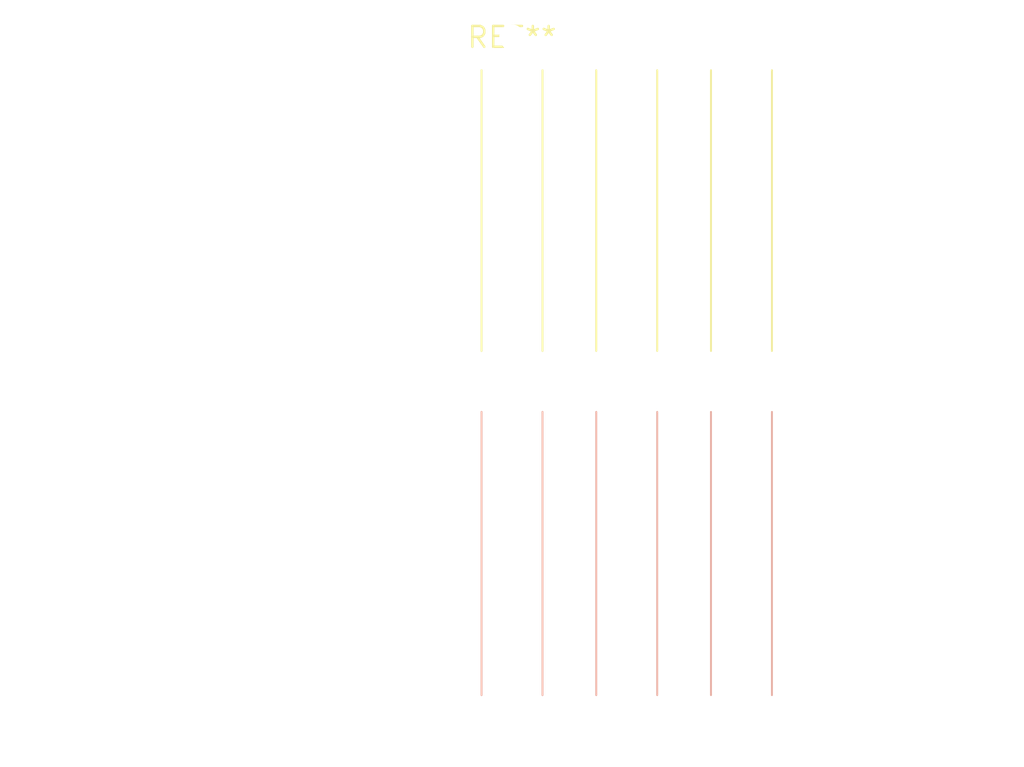
<source format=kicad_pcb>
(kicad_pcb (version 20240108) (generator pcbnew)
  (layers (0 "F.Cu" signal) (31 "B.Cu" signal) (34 "B.Paste" user) (35 "F.Paste" user) (36 "B.SilkS" user "B.Silkscreen") (37 "F.SilkS" user "F.Silkscreen") (38 "B.Mask" user) (39 "F.Mask" user) (44 "Edge.Cuts" user))
  (net 0 "")
  (footprint "SolderWire-0.75sqmm_1x03_P7mm_D1.25mm_OD3.5mm_Relief2x" (layer "F.Cu") (at 0 0)
    (property "Reference" "REF**")
    (property "Value" "SolderWire-0.75sqmm_1x03_P7mm_D1.25mm_OD3.5mm_Relief2x")
    (fp_line (start -1.86 22.86) (end -1.86 40.14) (layer "B.SilkS") (stroke (width 0.12)))
    (fp_line (start 1.86 22.86) (end 1.86 40.14) (layer "B.SilkS") (stroke (width 0.12)))
    (fp_line (start 5.14 22.86) (end 5.14 40.14) (layer "B.SilkS") (stroke (width 0.12)))
    (fp_line (start 8.86 22.86) (end 8.86 40.14) (layer "B.SilkS") (stroke (width 0.12)))
    (fp_line (start 12.14 22.86) (end 12.14 40.14) (layer "B.SilkS") (stroke (width 0.12)))
    (fp_line (start 15.86 22.86) (end 15.86 40.14) (layer "B.SilkS") (stroke (width 0.12)))
    (fp_line (start -1.86 2.01) (end -1.86 19.14) (layer "F.SilkS") (stroke (width 0.12)))
    (fp_line (start 1.86 2.01) (end 1.86 19.14) (layer "F.SilkS") (stroke (width 0.12)))
    (fp_line (start 5.14 2.01) (end 5.14 19.14) (layer "F.SilkS") (stroke (width 0.12)))
    (fp_line (start 8.86 2.01) (end 8.86 19.14) (layer "F.SilkS") (stroke (width 0.12)))
    (fp_line (start 12.14 2.01) (end 12.14 19.14) (layer "F.SilkS") (stroke (width 0.12)))
    (fp_line (start 15.86 2.01) (end 15.86 19.14) (layer "F.SilkS") (stroke (width 0.12)))
    (pad "" np_thru_hole circle (at 0 21) (size 4 4) (drill 4) (layers *.Cu *.Mask))
    (pad "" np_thru_hole circle (at 0 42) (size 4 4) (drill 4) (layers *.Cu *.Mask))
    (pad "" np_thru_hole circle (at 7 21) (size 4 4) (drill 4) (layers *.Cu *.Mask))
    (pad "" np_thru_hole circle (at 7 42) (size 4 4) (drill 4) (layers *.Cu *.Mask))
    (pad "" np_thru_hole circle (at 14 21) (size 4 4) (drill 4) (layers *.Cu *.Mask))
    (pad "" np_thru_hole circle (at 14 42) (size 4 4) (drill 4) (layers *.Cu *.Mask))
    (pad "1" thru_hole roundrect (at 0 0) (size 3.5 3.5) (drill 1.55) (layers *.Cu *.Mask) (remove_unused_layers) (roundrect_rratio 0.071429))
    (pad "2" thru_hole circle (at 7 0) (size 3.5 3.5) (drill 1.55) (layers *.Cu *.Mask) (remove_unused_layers))
    (pad "3" thru_hole circle (at 14 0) (size 3.5 3.5) (drill 1.55) (layers *.Cu *.Mask) (remove_unused_layers))
  )
)
</source>
